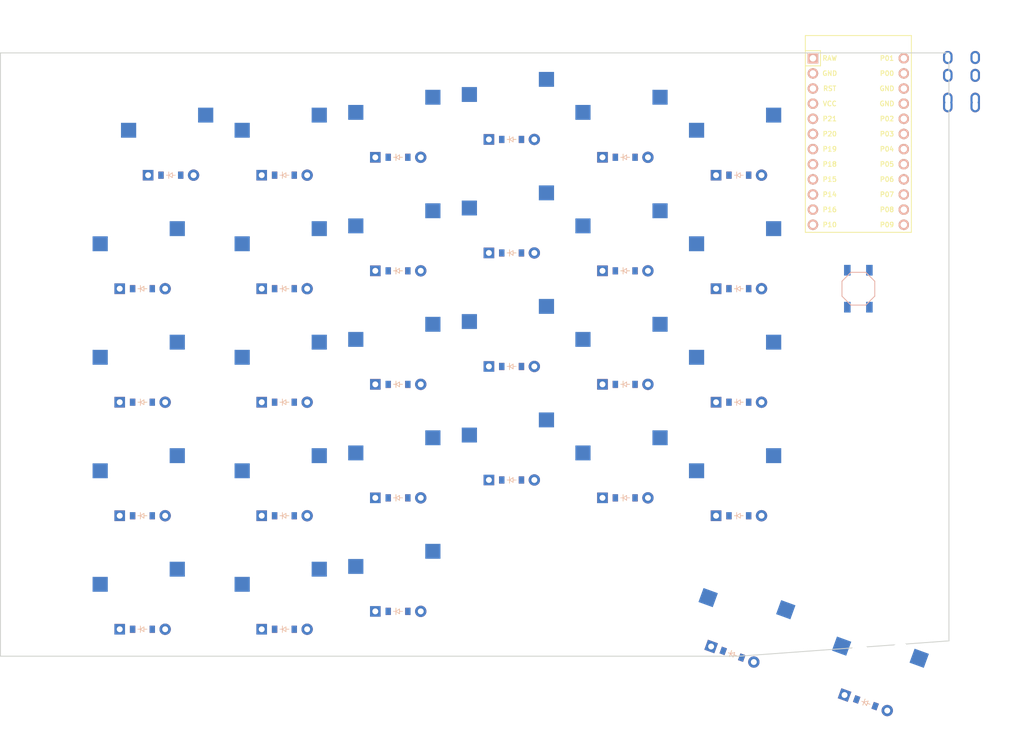
<source format=kicad_pcb>
(kicad_pcb (version 20221018) (generator pcbnew)
  (title_block (title "left") (rev "v1.0.0") (company "Unknown"))
  (layers (0 "F.Cu" signal) (31 "B.Cu" signal) (34 "B.Paste" user) (35 "F.Paste" user) (36 "B.SilkS" user "B.Silkscreen") (37 "F.SilkS" user "F.Silkscreen") (38 "B.Mask" user) (39 "F.Mask" user) (44 "Edge.Cuts" user))
  (net 0 "")
  (net 1 "P7")
  (net 2 "zero_meta")
  (net 3 "zero_bottom")
  (net 4 "zero_home")
  (net 5 "zero_top")
  (net 6 "zero_number")
  (net 7 "P8")
  (net 8 "one_meta")
  (net 9 "one_bottom")
  (net 10 "one_home")
  (net 11 "one_top")
  (net 12 "one_number")
  (net 13 "P9")
  (net 14 "two_meta")
  (net 15 "two_bottom")
  (net 16 "two_home")
  (net 17 "two_top")
  (net 18 "two_number")
  (net 19 "P21")
  (net 20 "three_bottom")
  (net 21 "three_home")
  (net 22 "three_top")
  (net 23 "three_number")
  (net 24 "P20")
  (net 25 "four_bottom")
  (net 26 "four_home")
  (net 27 "four_top")
  (net 28 "four_number")
  (net 29 "P19")
  (net 30 "five_bottom")
  (net 31 "five_home")
  (net 32 "five_top")
  (net 33 "five_number")
  (net 34 "four_meta")
  (net 35 "five_meta")
  (net 36 "P10")
  (net 37 "P16")
  (net 38 "P14")
  (net 39 "P15")
  (net 40 "P18")
  (net 41 "RAW")
  (net 42 "GND")
  (net 43 "RST")
  (net 44 "VCC")
  (net 45 "P1")
  (net 46 "P0")
  (net 47 "P2")
  (net 48 "P3")
  (net 49 "P4")
  (net 50 "P5")
  (net 51 "P6")
  (footprint "E73:SW_TACT_ALPS_SKQGABE010" (layer "F.Cu") (at 236.825 144.05 -90)
    (fp_text reference "B1" hide)
    (fp_text value "" hide)
  )
  (footprint "ComboDiode" (layer "F.Cu") (at 216.775 182.15)
    (fp_text reference "D24" hide)
    (fp_text value "" hide)
  )
  (footprint "ComboDiode" (layer "F.Cu") (at 178.675 119)
    (fp_text reference "D19" hide)
    (fp_text value "" hide)
  )
  (footprint "MX" (layer "F.Cu") (at 217.425 200.7 -20)
    (fp_text reference "S28" hide)
    (fp_text value "" hide)
  )
  (footprint "TRRS-PJ-320A-dual" (layer "F.Cu") (at 256.425 102.05)
    (fp_text reference "TRRS1")
    (fp_text value "TRRS-PJ-320A-dual")
  )
  (footprint "MX" (layer "F.Cu") (at 197.725 155.1)
    (fp_text reference "S21" hide)
    (fp_text value "" hide)
  )
  (footprint "MX" (layer "F.Cu") (at 178.675 114)
    (fp_text reference "S19" hide)
    (fp_text value "" hide)
  )
  (footprint "ComboDiode" (layer "F.Cu") (at 197.725 160.1)
    (fp_text reference "D21" hide)
    (fp_text value "" hide)
  )
  (footprint "MX" (layer "F.Cu") (at 197.725 174.15)
    (fp_text reference "S20" hide)
    (fp_text value "" hide)
  )
  (footprint "MX" (layer "F.Cu") (at 140.575 139.05)
    (fp_text reference "S9" hide)
    (fp_text value "" hide)
  )
  (footprint "ComboDiode" (layer "F.Cu") (at 140.575 163.1)
    (fp_text reference "D8" hide)
    (fp_text value "" hide)
  )
  (footprint "MX" (layer "F.Cu") (at 159.625 193.2)
    (fp_text reference "S11" hide)
    (fp_text value "" hide)
  )
  (footprint "MX" (layer "F.Cu") (at 140.575 196.2)
    (fp_text reference "S6" hide)
    (fp_text value "" hide)
  )
  (footprint "MX" (layer "F.Cu") (at 197.725 136.05)
    (fp_text reference "S22" hide)
    (fp_text value "" hide)
  )
  (footprint "MX" (layer "F.Cu") (at 116.7625 158.1)
    (fp_text reference "S3" hide)
    (fp_text value "" hide)
  )
  (footprint "ComboDiode" (layer "F.Cu") (at 116.7625 163.1)
    (fp_text reference "D3" hide)
    (fp_text value "" hide)
  )
  (footprint "ComboDiode" (layer "F.Cu") (at 238.09133 213.542818 -20)
    (fp_text reference "D29" hide)
    (fp_text value "" hide)
  )
  (footprint "MX" (layer "F.Cu") (at 216.775 158.1)
    (fp_text reference "S25" hide)
    (fp_text value "" hide)
  )
  (footprint "MX" (layer "F.Cu") (at 116.7625 177.15)
    (fp_text reference "S2" hide)
    (fp_text value "" hide)
  )
  (footprint "ComboDiode" (layer "F.Cu") (at 216.775 163.1)
    (fp_text reference "D25" hide)
    (fp_text value "" hide)
  )
  (footprint "MX" (layer "F.Cu") (at 140.575 177.15)
    (fp_text reference "S7" hide)
    (fp_text value "" hide)
  )
  (footprint "MX" (layer "F.Cu") (at 216.775 177.15)
    (fp_text reference "S24" hide)
    (fp_text value "" hide)
  )
  (footprint "ProMicro" (layer "F.Cu") (at 236.825 119.35 -90)
    (fp_text reference "MCU1" hide)
    (fp_text value "" hide)
  )
  (footprint "ComboDiode" (layer "F.Cu") (at 197.725 122)
    (fp_text reference "D23" hide)
    (fp_text value "" hide)
  )
  (footprint "ComboDiode" (layer "F.Cu") (at 178.675 138.05)
    (fp_text reference "D18" hide)
    (fp_text value "" hide)
  )
  (footprint "ComboDiode" (layer "F.Cu") (at 121.525 125)
    (fp_text reference "D5" hide)
    (fp_text value "" hide)
  )
  (footprint "ComboDiode" (layer "F.Cu") (at 159.625 160.1)
    (fp_text reference "D13" hide)
    (fp_text value "" hide)
  )
  (footprint "MX" (layer "F.Cu") (at 178.675 171.15)
    (fp_text reference "S16" hide)
    (fp_text value "" hide)
  )
  (footprint "ComboDiode" (layer "F.Cu") (at 140.575 201.2)
    (fp_text reference "D6" hide)
    (fp_text value "" hide)
  )
  (footprint "MX" (layer "F.Cu") (at 216.775 139.05)
    (fp_text reference "S26" hide)
    (fp_text value "" hide)
  )
  (footprint "ComboDiode" (layer "F.Cu") (at 216.775 144.05)
    (fp_text reference "D26" hide)
    (fp_text value "" hide)
  )
  (footprint "ComboDiode" (layer "F.Cu") (at 116.7625 201.2)
    (fp_text reference "D1" hide)
    (fp_text value "" hide)
  )
  (footprint "MX" (layer "F.Cu") (at 121.525 120)
    (fp_text reference "S5" hide)
    (fp_text value "" hide)
  )
  (footprint "MX" (layer "F.Cu") (at 140.575 120)
    (fp_text reference "S10" hide)
    (fp_text value "" hide)
  )
  (footprint "ComboDiode" (layer "F.Cu") (at 159.625 122)
    (fp_text reference "D15" hide)
    (fp_text value "" hide)
  )
  (footprint "ComboDiode" (layer "F.Cu") (at 216.775 125)
    (fp_text reference "D27" hide)
    (fp_text value "" hide)
  )
  (footprint "ComboDiode" (layer "F.Cu") (at 159.625 198.2)
    (fp_text reference "D11" hide)
    (fp_text value "" hide)
  )
  (footprint "MX" (layer "F.Cu") (at 116.7625 139.05)
    (fp_text reference "S4" hide)
    (fp_text value "" hide)
  )
  (footprint "ComboDiode" (layer "F.Cu") (at 140.575 125)
    (fp_text reference "D10" hide)
    (fp_text value "" hide)
  )
  (footprint "ComboDiode" (layer "F.Cu") (at 116.7625 182.15)
    (fp_text reference "D2" hide)
    (fp_text value "" hide)
  )
  (footprint "ComboDiode" (layer "F.Cu") (at 197.725 179.15)
    (fp_text reference "D20" hide)
    (fp_text value "" hide)
  )
  (footprint "MX" (layer "F.Cu") (at 159.625 174.15)
    (fp_text reference "S12" hide)
    (fp_text value "" hide)
  )
  (footprint "MX" (layer "F.Cu") (at 216.775 120)
    (fp_text reference "S27" hide)
    (fp_text value "" hide)
  )
  (footprint "ComboDiode" (layer "F.Cu") (at 116.7625 144.05)
    (fp_text reference "D4" hide)
    (fp_text value "" hide)
  )
  (footprint "ComboDiode" (layer "F.Cu") (at 159.625 141.05)
    (fp_text reference "D14" hide)
    (fp_text value "" hide)
  )
  (footprint "MX" (layer "F.Cu") (at 239.801431 208.844355 -20)
    (fp_text reference "S29" hide)
    (fp_text value "" hide)
  )
  (footprint "ComboDiode" (layer "F.Cu") (at 140.575 182.15)
    (fp_text reference "D7" hide)
    (fp_text value "" hide)
  )
  (footprint "MX" (layer "F.Cu") (at 140.575 158.1)
    (fp_text reference "S8" hide)
    (fp_text value "" hide)
  )
  (footprint "MX" (layer "F.Cu") (at 159.625 117)
    (fp_text reference "S15" hide)
    (fp_text value "" hide)
  )
  (footprint "MX" (layer "F.Cu") (at 178.675 133.05)
    (fp_text reference "S18" hide)
    (fp_text value "" hide)
  )
  (footprint "MX" (layer "F.Cu") (at 178.675 152.1)
    (fp_text reference "S17" hide)
    (fp_text value "" hide)
  )
  (footprint "ComboDiode" (layer "F.Cu") (at 215.714899 205.398463 -20)
    (fp_text reference "D28" hide)
    (fp_text value "" hide)
  )
  (footprint "ComboDiode" (layer "F.Cu") (at 159.625 179.15)
    (fp_text reference "D12" hide)
    (fp_text value "" hide)
  )
  (footprint "MX" (layer "F.Cu") (at 159.625 136.05)
    (fp_text reference "S14" hide)
    (fp_text value "" hide)
  )
  (footprint "ComboDiode" (layer "F.Cu") (at 178.675 157.1)
    (fp_text reference "D17" hide)
    (fp_text value "" hide)
  )
  (footprint "ComboDiode" (layer "F.Cu") (at 197.725 141.05)
    (fp_text reference "D22" hide)
    (fp_text value "" hide)
  )
  (footprint "MX" (layer "F.Cu") (at 116.7625 196.2)
    (fp_text reference "S1" hide)
    (fp_text value "" hide)
  )
  (footprint "MX" (layer "F.Cu") (at 159.625 155.1)
    (fp_text reference "S13" hide)
    (fp_text value "" hide)
  )
  (footprint "MX" (layer "F.Cu") (at 197.725 117)
    (fp_text reference "S23" hide)
    (fp_text value "" hide)
  )
  (footprint "ComboDiode" (layer "F.Cu") (at 178.675 176.15)
    (fp_text reference "D16" hide)
    (fp_text value "" hide)
  )
  (footprint "ComboDiode" (layer "F.Cu") (at 140.575 144.05)
    (fp_text reference "D9" hide)
    (fp_text value "" hide)
  )
  (gr_line (start 92.95 104.475) (end 252.015 104.475) (stroke (width 0.15)) (layer "Edge.Cuts"))
  (gr_line (start 92.95 205.725) (end 92.95 104.475) (stroke (width 0.15)) (layer "Edge.Cuts"))
  (gr_line (start 216.775 205.725) (end 92.95 205.725) (stroke (width 0.15)) (layer "Edge.Cuts"))
  (gr_line (start 252.015 203.15) (end 216.775 205.725) (stroke (width 0.15)) (layer "Edge.Cuts"))
  (gr_line (start 252.015 104.475) (end 252.015 203.15) (stroke (width 0.15)) (layer "Edge.Cuts"))
)
</source>
